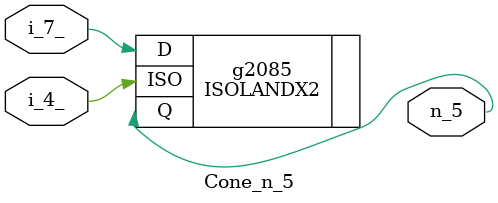
<source format=v>

module Cone_n_5 (n_5, i_4_, i_7_ );
	input i_4_, i_7_;
	output n_5;
	ISOLANDX2 g2085(.ISO (i_4_), .D (i_7_), .Q (n_5));
endmodule


</source>
